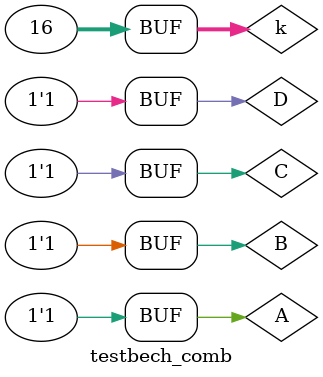
<source format=v>

`include "comb_str.v"
`include "comb_dataflow.v"
`include "comb_behavior.v"
`include "comb_prim.v"

module testbech_comb();

    parameter STEP = 16;
    integer k;

    wire Y1, Y2, Y3, Y4;
    reg A, B, C, D;

    comb_str a(Y1, A, B, C, D);
    comb_dataflow b(Y2, A, B, C, D);
    comb_behaviour c(Y3, A, B, C, D);
    comb_prim d(Y4, A, B, C, D);

    initial begin
        {A, B, C, D} = 4'b0;
        for ( k=1; k<STEP; k=k+1 )
            #1 {A, B, C, D} = {A, B, C, D} + 1'b1;
    end

    initial begin
        $monitor("At time %4t, A=%b, B=%b, C=%b, D=%b, Y1=%b, Y2=%b, Y3=%b, Y4=%b",$time, A, B, C, D, Y1, Y2, Y3, Y4);
    end

endmodule
</source>
